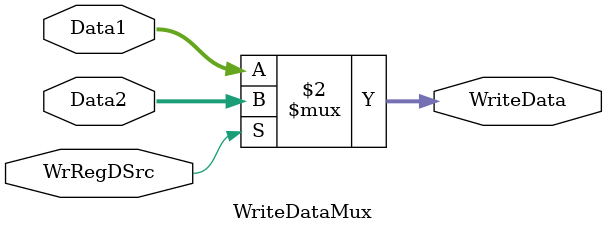
<source format=v>
`timescale 1ns / 1ps

//ÓÃÀ´Ñ¡ÔñRegisterFileµÄWriteDataÊäÈë¶Ë¿ÚµÄÖµ
module WriteDataMux(Data1,Data2,WrRegDSrc,WriteData);
    input [31:0] Data1;     //PC4µÄÖµ
    input [31:0] Data2;     //rt»òrd
    input WrRegDSrc;        //Ñ¡Ôñ¿ØÖÆÐÅºÅ  
    output [31:0] WriteData;  //Ñ¡Ôñ½á¹ûÊä³ö
    assign WriteData = (WrRegDSrc==0)?Data1:Data2;
endmodule

</source>
